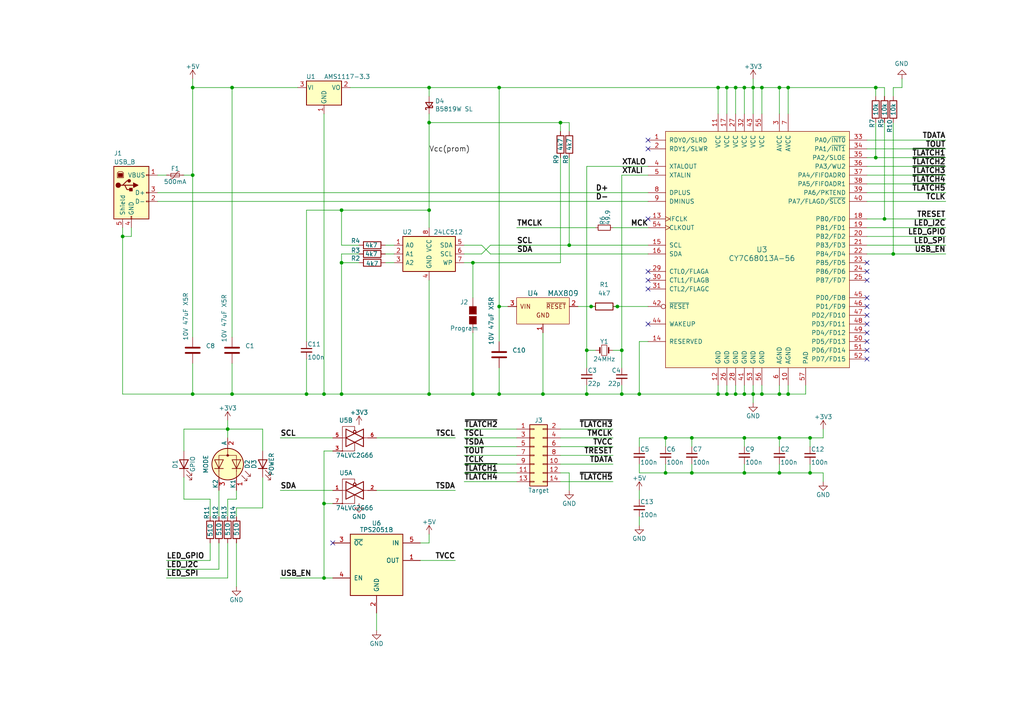
<source format=kicad_sch>
(kicad_sch (version 20231120) (generator "eeschema") (generator_version "8.0")
  (paper "A4")
  (title_block (title "SigmaLink USBi") (date "2018-10-09") (rev "v3r1") (company "SushiBits Projects"))
  (lib_symbols
    (symbol "Connector_Generic:Conn_02x07_Odd_Even" (pin_names (offset 1.016) hide)
      (property "Reference" "J" (at 1.27 10.16 0))
      (property "Value" "Conn_02x07_Odd_Even" (at 1.27 -10.16 0))
      (symbol "Conn_02x07_Odd_Even_1_1"
        (pin passive line (at -5.08 7.62 0) (length 3.81) (name "Pin_1") (number "1"))
        (pin passive line (at 7.62 -2.54 180) (length 3.81) (name "Pin_10") (number "10"))
        (pin passive line (at -5.08 -5.08 0) (length 3.81) (name "Pin_11") (number "11"))
        (pin passive line (at 7.62 -5.08 180) (length 3.81) (name "Pin_12") (number "12"))
        (pin passive line (at -5.08 -7.62 0) (length 3.81) (name "Pin_13") (number "13"))
        (pin passive line (at 7.62 -7.62 180) (length 3.81) (name "Pin_14") (number "14"))
        (pin passive line (at 7.62 7.62 180) (length 3.81) (name "Pin_2") (number "2"))
        (pin passive line (at -5.08 5.08 0) (length 3.81) (name "Pin_3") (number "3"))
        (pin passive line (at 7.62 5.08 180) (length 3.81) (name "Pin_4") (number "4"))
        (pin passive line (at -5.08 2.54 0) (length 3.81) (name "Pin_5") (number "5"))
        (pin passive line (at 7.62 2.54 180) (length 3.81) (name "Pin_6") (number "6"))
        (pin passive line (at -5.08 0 0) (length 3.81) (name "Pin_7") (number "7"))
        (pin passive line (at 7.62 0 180) (length 3.81) (name "Pin_8") (number "8"))
        (pin passive line (at -5.08 -2.54 0) (length 3.81) (name "Pin_9") (number "9"))
      )
    )
    (symbol "Device:C" (pin_numbers hide) (pin_names (offset 0.254))
      (property "Reference" "C" (at 0.635 2.54 0))
      (property "Value" "C" (at 0.635 -2.54 0))
      (symbol "C_1_1"
        (pin passive line (at 0 3.81 270) (length 2.794) (name "~") (number "1"))
        (pin passive line (at 0 -3.81 90) (length 2.794) (name "~") (number "2"))
      )
    )
    (symbol "Device:C_Small" (pin_numbers hide) (pin_names (offset 0.254) hide)
      (property "Reference" "C" (at 0.254 1.778 0))
      (property "Value" "C_Small" (at 0.254 -2.032 0))
      (symbol "C_Small_1_1"
        (pin passive line (at 0 2.54 270) (length 2.032) (name "~") (number "1"))
        (pin passive line (at 0 -2.54 90) (length 2.032) (name "~") (number "2"))
      )
    )
    (symbol "Device:Crystal_Small" (pin_numbers hide) (pin_names (offset 1.016) hide)
      (property "Reference" "Y" (at 0 2.54 0))
      (property "Value" "Crystal_Small" (at 0 -2.54 0))
      (symbol "Crystal_Small_1_1"
        (pin passive line (at -2.54 0 0) (length 1.27) (name "1") (number "1"))
        (pin passive line (at 2.54 0 180) (length 1.27) (name "2") (number "2"))
      )
    )
    (symbol "Device:D_Schottky_Small" (pin_numbers hide) (pin_names (offset 0.254) hide)
      (property "Reference" "D" (at -1.27 2.032 0))
      (property "Value" "D_Schottky_Small" (at -7.112 -2.032 0))
      (symbol "D_Schottky_Small_1_1"
        (pin passive line (at -2.54 0 0) (length 1.778) (name "K") (number "1"))
        (pin passive line (at 2.54 0 180) (length 1.778) (name "A") (number "2"))
      )
    )
    (symbol "Device:LED" (pin_numbers hide) (pin_names (offset 1.016) hide)
      (property "Reference" "D" (at 0 2.54 0))
      (property "Value" "LED" (at 0 -2.54 0))
      (symbol "LED_1_1"
        (pin passive line (at -3.81 0 0) (length 2.54) (name "K") (number "1"))
        (pin passive line (at 3.81 0 180) (length 2.54) (name "A") (number "2"))
      )
    )
    (symbol "Device:Polyfuse_Small" (pin_numbers hide) (pin_names (offset 0))
      (property "Reference" "F" (at -1.905 0 90))
      (property "Value" "Polyfuse_Small" (at 1.905 0 90))
      (symbol "Polyfuse_Small_1_1"
        (pin passive line (at 0 2.54 270) (length 0.635) (name "~") (number "1"))
        (pin passive line (at 0 -2.54 90) (length 0.635) (name "~") (number "2"))
      )
    )
    (symbol "Device:R" (pin_numbers hide) (pin_names (offset 0))
      (property "Reference" "R" (at 2.032 0 90))
      (property "Value" "R" (at 0 0 90))
      (symbol "R_1_1"
        (pin passive line (at 0 3.81 270) (length 1.27) (name "~") (number "1"))
        (pin passive line (at 0 -3.81 90) (length 1.27) (name "~") (number "2"))
      )
    )
    (symbol "Device:R_Small" (pin_numbers hide) (pin_names (offset 0.254) hide)
      (property "Reference" "R" (at 0.762 0.508 0))
      (property "Value" "R_Small" (at 0.762 -1.016 0))
      (symbol "R_Small_1_1"
        (pin passive line (at 0 2.54 270) (length 0.762) (name "~") (number "1"))
        (pin passive line (at 0 -2.54 90) (length 0.762) (name "~") (number "2"))
      )
    )
    (symbol "SigmaLink-USBi-rescue:+3V3-power" (power) (pin_names (offset 0))
      (property "Value" "power_+3V3" (at 0 3.556 0))
      (symbol "+3V3-power_1_1"
        (pin power_in line (at 0 0 90) (length 0) hide (name "+3V3") (number "1"))
      )
    )
    (symbol "SigmaLink-USBi-rescue:+5V-power" (power) (pin_names (offset 0))
      (property "Value" "power_+5V" (at 0 3.556 0))
      (symbol "+5V-power_1_1"
        (pin power_in line (at 0 0 90) (length 0) hide (name "+5V") (number "1"))
      )
    )
    (symbol "SigmaLink-USBi-rescue:24LC512" (pin_names (offset 0.762))
      (property "Reference" "U" (at -6.35 6.35 0))
      (property "Value" "24LC512" (at 1.27 6.35 0))
      (symbol "24LC512_0_0"
        (pin power_in line (at 0 -7.62 90) (length 2.54) (name "GND") (number "4"))
        (pin power_in line (at 0 7.62 270) (length 2.54) (name "VCC") (number "8"))
      )
      (symbol "24LC512_1_1"
        (pin input line (at -10.16 2.54 0) (length 2.54) (name "A0") (number "1"))
        (pin input line (at -10.16 0 0) (length 2.54) (name "A1") (number "2"))
        (pin input line (at -10.16 -2.54 0) (length 2.54) (name "A2") (number "3"))
        (pin bidirectional line (at 10.16 2.54 180) (length 2.54) (name "SDA") (number "5"))
        (pin input line (at 10.16 0 180) (length 2.54) (name "SCL") (number "6"))
        (pin input line (at 10.16 -2.54 180) (length 2.54) (name "WP") (number "7"))
      )
    )
    (symbol "SigmaLink-USBi-rescue:74LVC2G66-74xGxx" (pin_names (offset 1.016))
      (property "Reference" "U" (at -2.54 5.08 0))
      (property "Value" "74xGxx_74LVC2G66" (at 0 -5.08 0))
      (symbol "74LVC2G66-74xGxx_0_1"
        (pin power_in line (at 1.27 -3.81 270) (length 0) hide (name "GND") (number "4"))
        (pin power_in line (at 1.27 3.81 90) (length 0) hide (name "VCC") (number "8"))
      )
      (symbol "74LVC2G66-74xGxx_1_1"
        (pin input line (at -6.35 0 0) (length 2.54) (name "~") (number "1"))
        (pin tri_state line (at 6.35 0 180) (length 2.54) (name "~") (number "2"))
        (pin input line (at -6.35 -3.81 0) (length 2.54) (name "~") (number "7"))
      )
      (symbol "74LVC2G66-74xGxx_2_1"
        (pin input line (at -6.35 -3.81 0) (length 2.54) (name "~") (number "3"))
        (pin input line (at -6.35 0 0) (length 2.54) (name "~") (number "5"))
        (pin tri_state line (at 6.35 0 180) (length 2.54) (name "~") (number "6"))
      )
    )
    (symbol "SigmaLink-USBi-rescue:GND-power" (power) (pin_names (offset 0))
      (property "Value" "power_GND" (at 0 -3.81 0))
      (symbol "GND-power_1_1"
        (pin power_in line (at 0 0 270) (length 0) hide (name "GND") (number "1"))
      )
    )
    (symbol "SigmaLink-USBi-rescue:GS2" (pin_numbers hide) (pin_names (offset 1.016) hide)
      (property "Reference" "J" (at 2.54 3.81 0))
      (property "Value" "GS2" (at 2.54 -3.7846 0))
      (symbol "GS2_1_1"
        (pin passive line (at 0 5.08 270) (length 2.54) (name "G1") (number "1"))
        (pin passive line (at 0 -5.08 90) (length 2.54) (name "G2") (number "2"))
      )
    )
    (symbol "SigmaLink-USBi-rescue:LED_Dual_CAC-Device" (pin_names (offset 0))
      (property "Reference" "D" (at 0 5.715 0))
      (property "Value" "Device_LED_Dual_CAC" (at 0 -6.35 0))
      (symbol "LED_Dual_CAC-Device_1_1"
        (pin input line (at 7.62 2.54 180) (length 3.81) (name "K1") (number "1"))
        (pin input line (at -7.62 0 0) (length 3.048) (name "A") (number "2"))
        (pin input line (at 7.62 -2.54 180) (length 3.81) (name "K2") (number "3"))
      )
    )
    (symbol "SigmaLink-USBi-rescue:LM1117-3.3" (pin_names (offset 0.254))
      (property "Reference" "U" (at -3.81 3.175 0))
      (property "Value" "LM1117-3.3" (at 0 3.175 0))
      (symbol "LM1117-3.3_1_1"
        (pin power_in line (at 0 -7.62 90) (length 2.54) (name "GND") (number "1"))
        (pin power_out line (at 7.62 0 180) (length 2.54) (name "VO") (number "2"))
        (pin power_in line (at -7.62 0 0) (length 2.54) (name "VI") (number "3"))
      )
    )
    (symbol "SigmaLink-USBi-rescue:MAX809-usb-mux" (pin_names (offset 1.016) hide)
      (property "Reference" "U" (at -1.27 3.81 0))
      (property "Value" "usb-mux_MAX809" (at 1.27 3.81 0))
      (symbol "MAX809-usb-mux_0_0"
        (text "GND" (at 0 -2.54 0) (effects (font (size 1.27 1.27))))
        (text "VIN" (at -5.08 0 0) (effects (font (size 1.27 1.27))))
        (text "~{RESET}" (at 3.81 0 0) (effects (font (size 1.27 1.27))))
      )
      (symbol "MAX809-usb-mux_1_1"
        (pin power_in line (at 0 -7.62 90) (length 2.54) (name "GND") (number "1"))
        (pin power_in line (at 10.16 0 180) (length 2.54) (name "~{RESET}") (number "2"))
        (pin power_in line (at -10.16 0 0) (length 2.54) (name "VIN") (number "3"))
      )
    )
    (symbol "SigmaLink-USBi-rescue:TPS2051B" (pin_names (offset 1.016))
      (property "Reference" "U" (at 0 10.795 0))
      (property "Value" "TPS2051B" (at 0 8.89 0))
      (symbol "TPS2051B_1_1"
        (pin power_out line (at 12.7 0 180) (length 5.08) (name "OUT") (number "1"))
        (pin power_in line (at 0 -15.24 90) (length 5.08) (name "GND") (number "2"))
        (pin open_collector line (at -12.7 5.08 0) (length 5.08) (name "~{OC}") (number "3"))
        (pin input line (at -12.7 -5.08 0) (length 5.08) (name "EN") (number "4"))
        (pin power_in line (at 12.7 5.08 180) (length 5.08) (name "IN") (number "5"))
      )
    )
    (symbol "SigmaLink-USBi-rescue:USB_B" (pin_names (offset 1.016))
      (property "Reference" "J" (at -5.08 11.43 0))
      (property "Value" "USB_B" (at -5.08 8.89 0))
      (symbol "USB_B_1_1"
        (pin power_out line (at 7.62 5.08 180) (length 2.54) (name "VBUS") (number "1"))
        (pin passive line (at 7.62 -2.54 180) (length 2.54) (name "D-") (number "2"))
        (pin passive line (at 7.62 0 180) (length 2.54) (name "D+") (number "3"))
        (pin power_out line (at 0 -10.16 90) (length 2.54) (name "GND") (number "4"))
        (pin passive line (at -2.54 -10.16 90) (length 2.54) (name "Shield") (number "5"))
      )
    )
    (symbol "cy7c68013:CY7C68013A-56" (pin_names (offset 1.016))
      (property "Reference" "U" (at 0 1.27 0))
      (property "Value" "CY7C68013A-56" (at 0 -1.27 0))
      (symbol "CY7C68013A-56_1_1"
        (pin input line (at -33.02 33.02 0) (length 5.08) (name "RDY0/SLRD") (number "1"))
        (pin power_in line (at 7.62 -38.1 90) (length 5.08) (name "AGND") (number "10"))
        (pin power_in line (at -12.7 40.64 270) (length 5.08) (name "VCC") (number "11"))
        (pin power_in line (at -12.7 -38.1 90) (length 5.08) (name "GND") (number "12"))
        (pin bidirectional clock (at -33.02 10.16 0) (length 5.08) (name "IFCLK") (number "13"))
        (pin input line (at -33.02 -25.4 0) (length 5.08) (name "RESERVED") (number "14"))
        (pin output line (at -33.02 2.54 0) (length 5.08) (name "SCL") (number "15"))
        (pin bidirectional line (at -33.02 0 0) (length 5.08) (name "SDA") (number "16"))
        (pin power_in line (at -10.16 40.64 270) (length 5.08) (name "VCC") (number "17"))
        (pin bidirectional line (at 30.48 10.16 180) (length 5.08) (name "PB0/FD0") (number "18"))
        (pin bidirectional line (at 30.48 7.62 180) (length 5.08) (name "PB1/FD1") (number "19"))
        (pin input line (at -33.02 30.48 0) (length 5.08) (name "RDY1/SLWR") (number "2"))
        (pin bidirectional line (at 30.48 5.08 180) (length 5.08) (name "PB2/FD2") (number "20"))
        (pin bidirectional line (at 30.48 2.54 180) (length 5.08) (name "PB3/FD3") (number "21"))
        (pin bidirectional line (at 30.48 0 180) (length 5.08) (name "PB4/FD4") (number "22"))
        (pin bidirectional line (at 30.48 -2.54 180) (length 5.08) (name "PB5/FD5") (number "23"))
        (pin bidirectional line (at 30.48 -5.08 180) (length 5.08) (name "PB6/FD6") (number "24"))
        (pin bidirectional line (at 30.48 -7.62 180) (length 5.08) (name "PB7/FD7") (number "25"))
        (pin power_in line (at -10.16 -38.1 90) (length 5.08) (name "GND") (number "26"))
        (pin power_in line (at -7.62 40.64 270) (length 5.08) (name "VCC") (number "27"))
        (pin power_in line (at -7.62 -38.1 90) (length 5.08) (name "GND") (number "28"))
        (pin output line (at -33.02 -5.08 0) (length 5.08) (name "CTL0/FLAGA") (number "29"))
        (pin power_in line (at 5.08 40.64 270) (length 5.08) (name "AVCC") (number "3"))
        (pin output line (at -33.02 -7.62 0) (length 5.08) (name "CTL1/FLAGB") (number "30"))
        (pin output line (at -33.02 -10.16 0) (length 5.08) (name "CTL2/FLAGC") (number "31"))
        (pin power_in line (at -5.08 40.64 270) (length 5.08) (name "VCC") (number "32"))
        (pin bidirectional line (at 30.48 33.02 180) (length 5.08) (name "PA0/~{INT0}") (number "33"))
        (pin bidirectional line (at 30.48 30.48 180) (length 5.08) (name "PA1/~{INT1}") (number "34"))
        (pin bidirectional line (at 30.48 27.94 180) (length 5.08) (name "PA2/SLOE") (number "35"))
        (pin bidirectional line (at 30.48 25.4 180) (length 5.08) (name "PA3/WU2") (number "36"))
        (pin bidirectional line (at 30.48 22.86 180) (length 5.08) (name "PA4/FIFOADR0") (number "37"))
        (pin bidirectional line (at 30.48 20.32 180) (length 5.08) (name "PA5/FIFOADR1") (number "38"))
        (pin bidirectional line (at 30.48 17.78 180) (length 5.08) (name "PA6/PKTEND") (number "39"))
        (pin output line (at -33.02 25.4 0) (length 5.08) (name "XTALOUT") (number "4"))
        (pin bidirectional line (at 30.48 15.24 180) (length 5.08) (name "PA7/FLAGD/~{SLCS}") (number "40"))
        (pin power_in line (at -5.08 -38.1 90) (length 5.08) (name "GND") (number "41"))
        (pin input inverted (at -33.02 -15.24 0) (length 5.08) (name "~{RESET}") (number "42"))
        (pin power_in line (at -2.54 40.64 270) (length 5.08) (name "VCC") (number "43"))
        (pin input line (at -33.02 -20.32 0) (length 5.08) (name "WAKEUP") (number "44"))
        (pin bidirectional line (at 30.48 -12.7 180) (length 5.08) (name "PD0/FD8") (number "45"))
        (pin bidirectional line (at 30.48 -15.24 180) (length 5.08) (name "PD1/FD9") (number "46"))
        (pin bidirectional line (at 30.48 -17.78 180) (length 5.08) (name "PD2/FD10") (number "47"))
        (pin bidirectional line (at 30.48 -20.32 180) (length 5.08) (name "PD3/FD11") (number "48"))
        (pin bidirectional line (at 30.48 -22.86 180) (length 5.08) (name "PD4/FD12") (number "49"))
        (pin input line (at -33.02 22.86 0) (length 5.08) (name "XTALIN") (number "5"))
        (pin bidirectional line (at 30.48 -25.4 180) (length 5.08) (name "PD5/FD13") (number "50"))
        (pin bidirectional line (at 30.48 -27.94 180) (length 5.08) (name "PD6/FD14") (number "51"))
        (pin bidirectional line (at 30.48 -30.48 180) (length 5.08) (name "PD7/FD15") (number "52"))
        (pin power_in line (at -2.54 -38.1 90) (length 5.08) (name "GND") (number "53"))
        (pin output clock (at -33.02 7.62 0) (length 5.08) (name "CLKOUT") (number "54"))
        (pin power_in line (at 0 40.64 270) (length 5.08) (name "VCC") (number "55"))
        (pin power_in line (at 0 -38.1 90) (length 5.08) (name "GND") (number "56"))
        (pin passive line (at 12.7 -38.1 90) (length 5.08) (name "PAD") (number "57"))
        (pin power_in line (at 5.08 -38.1 90) (length 5.08) (name "AGND") (number "6"))
        (pin power_in line (at 7.62 40.64 270) (length 5.08) (name "AVCC") (number "7"))
        (pin bidirectional line (at -33.02 17.78 0) (length 5.08) (name "DPLUS") (number "8"))
        (pin bidirectional line (at -33.02 15.24 0) (length 5.08) (name "DMINUS") (number "9"))
      )
    )
  )
  (junction (at 180.34 114.3))
  (junction (at 228.6 114.3))
  (junction (at 144.78 88.9))
  (junction (at 226.06 137.16))
  (junction (at 200.66 127))
  (junction (at 226.06 25.4))
  (junction (at 226.06 127))
  (junction (at 55.88 50.8))
  (junction (at 93.98 167.64))
  (junction (at 213.36 25.4))
  (junction (at 144.78 114.3))
  (junction (at 213.36 114.3))
  (junction (at 193.04 137.16))
  (junction (at 226.06 114.3))
  (junction (at 218.44 114.3))
  (junction (at 170.18 101.6))
  (junction (at 179.07 88.9))
  (junction (at 66.04 124.46))
  (junction (at 234.95 137.16))
  (junction (at 162.56 35.56))
  (junction (at 180.34 101.6))
  (junction (at 67.31 114.3))
  (junction (at 215.9 114.3))
  (junction (at 193.04 127))
  (junction (at 254 45.72))
  (junction (at 220.98 114.3))
  (junction (at 254 25.4))
  (junction (at 215.9 137.16))
  (junction (at 170.18 114.3))
  (junction (at 137.16 114.3))
  (junction (at 165.1 71.12))
  (junction (at 218.44 25.4))
  (junction (at 234.95 127))
  (junction (at 124.46 35.56))
  (junction (at 215.9 25.4))
  (junction (at 93.98 146.05))
  (junction (at 99.06 60.96))
  (junction (at 256.54 63.5))
  (junction (at 210.82 114.3))
  (junction (at 93.98 114.3))
  (junction (at 185.42 114.3))
  (junction (at 55.88 25.4))
  (junction (at 124.46 114.3))
  (junction (at 99.06 114.3))
  (junction (at 208.28 114.3))
  (junction (at 99.06 76.2))
  (junction (at 228.6 25.4))
  (junction (at 67.31 25.4))
  (junction (at 137.16 76.2))
  (junction (at 200.66 137.16))
  (junction (at 144.78 25.4))
  (junction (at 124.46 25.4))
  (junction (at 220.98 25.4))
  (junction (at 88.9 114.3))
  (junction (at 210.82 25.4))
  (junction (at 215.9 127))
  (junction (at 55.88 114.3))
  (junction (at 259.08 73.66))
  (junction (at 124.46 60.96))
  (junction (at 35.56 68.58))
  (junction (at 208.28 25.4))
  (junction (at 171.45 88.9))
  (junction (at 157.48 114.3))
  (no_connect (at 251.46 86.36))
  (no_connect (at 187.96 43.18))
  (no_connect (at 187.96 93.98))
  (no_connect (at 251.46 104.14))
  (no_connect (at 251.46 78.74))
  (no_connect (at 251.46 91.44))
  (no_connect (at 187.96 81.28))
  (no_connect (at 251.46 88.9))
  (no_connect (at 251.46 99.06))
  (no_connect (at 251.46 96.52))
  (no_connect (at 251.46 81.28))
  (no_connect (at 187.96 83.82))
  (no_connect (at 187.96 40.64))
  (no_connect (at 251.46 93.98))
  (no_connect (at 251.46 101.6))
  (no_connect (at 251.46 76.2))
  (no_connect (at 96.52 157.48))
  (no_connect (at 187.96 78.74))
  (no_connect (at 187.96 63.5))
  (wire (pts (xy 218.44 22.86) (xy 218.44 25.4)))
  (wire (pts (xy 177.8 139.7) (xy 162.56 139.7)))
  (wire (pts (xy 185.42 99.06) (xy 187.96 99.06)))
  (wire (pts (xy 238.76 137.16) (xy 238.76 139.7)))
  (wire (pts (xy 53.34 144.78) (xy 53.34 138.43)))
  (wire (pts (xy 254 27.94) (xy 254 25.4)))
  (wire (pts (xy 35.56 68.58) (xy 35.56 114.3)))
  (wire (pts (xy 124.46 35.56) (xy 162.56 35.56)))
  (wire (pts (xy 134.62 129.54) (xy 149.86 129.54)))
  (wire (pts (xy 134.62 76.2) (xy 137.16 76.2)))
  (wire (pts (xy 177.8 88.9) (xy 179.07 88.9)))
  (wire (pts (xy 170.18 114.3) (xy 170.18 111.76)))
  (wire (pts (xy 218.44 25.4) (xy 218.44 33.02)))
  (wire (pts (xy 254 45.72) (xy 274.32 45.72)))
  (wire (pts (xy 220.98 25.4) (xy 220.98 33.02)))
  (wire (pts (xy 81.28 167.64) (xy 93.98 167.64)))
  (wire (pts (xy 66.04 124.46) (xy 66.04 127)))
  (wire (pts (xy 66.04 124.46) (xy 76.2 124.46)))
  (wire (pts (xy 171.45 88.9) (xy 172.72 88.9)))
  (wire (pts (xy 226.06 127) (xy 234.95 127)))
  (wire (pts (xy 228.6 25.4) (xy 228.6 33.02)))
  (wire (pts (xy 208.28 114.3) (xy 210.82 114.3)))
  (wire (pts (xy 177.8 132.08) (xy 162.56 132.08)))
  (wire (pts (xy 134.62 134.62) (xy 149.86 134.62)))
  (wire (pts (xy 193.04 137.16) (xy 193.04 134.62)))
  (wire (pts (xy 149.86 139.7) (xy 134.62 139.7)))
  (wire (pts (xy 144.78 88.9) (xy 144.78 99.06)))
  (wire (pts (xy 66.04 144.78) (xy 68.58 144.78)))
  (wire (pts (xy 162.56 129.54) (xy 177.8 129.54)))
  (wire (pts (xy 213.36 25.4) (xy 215.9 25.4)))
  (wire (pts (xy 259.08 27.94) (xy 259.08 25.4)))
  (wire (pts (xy 208.28 25.4) (xy 210.82 25.4)))
  (wire (pts (xy 228.6 111.76) (xy 228.6 114.3)))
  (wire (pts (xy 157.48 114.3) (xy 170.18 114.3)))
  (wire (pts (xy 35.56 66.04) (xy 35.56 68.58)))
  (wire (pts (xy 200.66 134.62) (xy 200.66 137.16)))
  (wire (pts (xy 238.76 124.46) (xy 238.76 127)))
  (wire (pts (xy 45.72 58.42) (xy 187.96 58.42)))
  (wire (pts (xy 251.46 73.66) (xy 259.08 73.66)))
  (wire (pts (xy 234.95 127) (xy 238.76 127)))
  (wire (pts (xy 254 25.4) (xy 256.54 25.4)))
  (wire (pts (xy 162.56 38.1) (xy 162.56 35.56)))
  (wire (pts (xy 68.58 157.48) (xy 68.58 170.18)))
  (wire (pts (xy 226.06 137.16) (xy 234.95 137.16)))
  (wire (pts (xy 132.08 162.56) (xy 121.92 162.56)))
  (wire (pts (xy 88.9 60.96) (xy 88.9 99.06)))
  (wire (pts (xy 142.24 73.66) (xy 187.96 73.66)))
  (wire (pts (xy 233.68 114.3) (xy 233.68 111.76)))
  (wire (pts (xy 144.78 114.3) (xy 157.48 114.3)))
  (wire (pts (xy 149.86 127) (xy 134.62 127)))
  (wire (pts (xy 111.76 73.66) (xy 114.3 73.66)))
  (wire (pts (xy 124.46 114.3) (xy 124.46 81.28)))
  (wire (pts (xy 251.46 71.12) (xy 274.32 71.12)))
  (wire (pts (xy 162.56 134.62) (xy 177.8 134.62)))
  (wire (pts (xy 63.5 157.48) (xy 63.5 165.1)))
  (wire (pts (xy 55.88 105.41) (xy 55.88 114.3)))
  (wire (pts (xy 99.06 60.96) (xy 99.06 71.12)))
  (wire (pts (xy 218.44 25.4) (xy 220.98 25.4)))
  (wire (pts (xy 193.04 127) (xy 185.42 127)))
  (wire (pts (xy 99.06 76.2) (xy 104.14 76.2)))
  (wire (pts (xy 124.46 25.4) (xy 124.46 27.94)))
  (wire (pts (xy 215.9 129.54) (xy 215.9 127)))
  (wire (pts (xy 88.9 114.3) (xy 93.98 114.3)))
  (wire (pts (xy 165.1 137.16) (xy 165.1 142.24)))
  (wire (pts (xy 274.32 58.42) (xy 251.46 58.42)))
  (wire (pts (xy 162.56 35.56) (xy 165.1 35.56)))
  (wire (pts (xy 124.46 157.48) (xy 124.46 154.94)))
  (wire (pts (xy 55.88 22.86) (xy 55.88 25.4)))
  (wire (pts (xy 172.72 101.6) (xy 170.18 101.6)))
  (wire (pts (xy 226.06 25.4) (xy 228.6 25.4)))
  (wire (pts (xy 109.22 177.8) (xy 109.22 182.88)))
  (wire (pts (xy 162.56 124.46) (xy 177.8 124.46)))
  (wire (pts (xy 193.04 137.16) (xy 185.42 137.16)))
  (wire (pts (xy 215.9 114.3) (xy 218.44 114.3)))
  (wire (pts (xy 76.2 124.46) (xy 76.2 130.81)))
  (wire (pts (xy 274.32 53.34) (xy 251.46 53.34)))
  (wire (pts (xy 66.04 157.48) (xy 66.04 167.64)))
  (wire (pts (xy 81.28 127) (xy 96.52 127)))
  (wire (pts (xy 101.6 25.4) (xy 124.46 25.4)))
  (wire (pts (xy 93.98 114.3) (xy 93.98 33.02)))
  (wire (pts (xy 68.58 147.32) (xy 76.2 147.32)))
  (wire (pts (xy 234.95 137.16) (xy 238.76 137.16)))
  (wire (pts (xy 165.1 38.1) (xy 165.1 35.56)))
  (wire (pts (xy 213.36 111.76) (xy 213.36 114.3)))
  (wire (pts (xy 251.46 40.64) (xy 274.32 40.64)))
  (wire (pts (xy 215.9 134.62) (xy 215.9 137.16)))
  (wire (pts (xy 226.06 134.62) (xy 226.06 137.16)))
  (wire (pts (xy 124.46 60.96) (xy 124.46 66.04)))
  (wire (pts (xy 144.78 25.4) (xy 208.28 25.4)))
  (wire (pts (xy 124.46 33.02) (xy 124.46 35.56)))
  (wire (pts (xy 67.31 114.3) (xy 88.9 114.3)))
  (wire (pts (xy 45.72 55.88) (xy 187.96 55.88)))
  (wire (pts (xy 259.08 73.66) (xy 274.32 73.66)))
  (wire (pts (xy 218.44 114.3) (xy 220.98 114.3)))
  (wire (pts (xy 48.26 167.64) (xy 66.04 167.64)))
  (wire (pts (xy 180.34 101.6) (xy 180.34 106.68)))
  (wire (pts (xy 76.2 147.32) (xy 76.2 138.43)))
  (wire (pts (xy 132.08 127) (xy 109.22 127)))
  (wire (pts (xy 193.04 129.54) (xy 193.04 127)))
  (wire (pts (xy 137.16 76.2) (xy 137.16 86.36)))
  (wire (pts (xy 38.1 68.58) (xy 38.1 66.04)))
  (wire (pts (xy 67.31 25.4) (xy 86.36 25.4)))
  (wire (pts (xy 215.9 127) (xy 226.06 127)))
  (wire (pts (xy 200.66 129.54) (xy 200.66 127)))
  (wire (pts (xy 185.42 137.16) (xy 185.42 134.62)))
  (wire (pts (xy 215.9 25.4) (xy 215.9 33.02)))
  (wire (pts (xy 177.8 127) (xy 162.56 127)))
  (wire (pts (xy 251.46 45.72) (xy 254 45.72)))
  (wire (pts (xy 93.98 130.81) (xy 93.98 146.05)))
  (wire (pts (xy 66.04 121.92) (xy 66.04 124.46)))
  (wire (pts (xy 220.98 25.4) (xy 226.06 25.4)))
  (wire (pts (xy 215.9 111.76) (xy 215.9 114.3)))
  (wire (pts (xy 53.34 124.46) (xy 66.04 124.46)))
  (wire (pts (xy 99.06 114.3) (xy 124.46 114.3)))
  (wire (pts (xy 251.46 66.04) (xy 274.32 66.04)))
  (wire (pts (xy 185.42 149.86) (xy 185.42 152.4)))
  (wire (pts (xy 170.18 101.6) (xy 170.18 106.68)))
  (wire (pts (xy 134.62 73.66) (xy 139.7 73.66)))
  (wire (pts (xy 132.08 142.24) (xy 109.22 142.24)))
  (wire (pts (xy 60.96 144.78) (xy 53.34 144.78)))
  (wire (pts (xy 256.54 35.56) (xy 256.54 63.5)))
  (wire (pts (xy 142.24 71.12) (xy 165.1 71.12)))
  (wire (pts (xy 177.8 101.6) (xy 180.34 101.6)))
  (wire (pts (xy 99.06 71.12) (xy 104.14 71.12)))
  (wire (pts (xy 170.18 114.3) (xy 180.34 114.3)))
  (wire (pts (xy 137.16 114.3) (xy 144.78 114.3)))
  (wire (pts (xy 55.88 25.4) (xy 55.88 50.8)))
  (wire (pts (xy 210.82 25.4) (xy 213.36 25.4)))
  (wire (pts (xy 218.44 111.76) (xy 218.44 114.3)))
  (wire (pts (xy 99.06 60.96) (xy 88.9 60.96)))
  (wire (pts (xy 48.26 162.56) (xy 60.96 162.56)))
  (wire (pts (xy 208.28 25.4) (xy 208.28 33.02)))
  (wire (pts (xy 48.26 50.8) (xy 45.72 50.8)))
  (wire (pts (xy 35.56 68.58) (xy 38.1 68.58)))
  (wire (pts (xy 167.64 88.9) (xy 171.45 88.9)))
  (wire (pts (xy 144.78 106.68) (xy 144.78 114.3)))
  (wire (pts (xy 165.1 71.12) (xy 187.96 71.12)))
  (wire (pts (xy 67.31 105.41) (xy 67.31 114.3)))
  (wire (pts (xy 274.32 43.18) (xy 251.46 43.18)))
  (wire (pts (xy 111.76 76.2) (xy 114.3 76.2)))
  (wire (pts (xy 99.06 73.66) (xy 104.14 73.66)))
  (wire (pts (xy 259.08 25.4) (xy 261.62 25.4)))
  (wire (pts (xy 215.9 25.4) (xy 218.44 25.4)))
  (wire (pts (xy 68.58 149.86) (xy 68.58 147.32)))
  (wire (pts (xy 187.96 48.26) (xy 170.18 48.26)))
  (wire (pts (xy 60.96 157.48) (xy 60.96 162.56)))
  (wire (pts (xy 185.42 127) (xy 185.42 129.54)))
  (wire (pts (xy 157.48 96.52) (xy 157.48 114.3)))
  (wire (pts (xy 251.46 50.8) (xy 274.32 50.8)))
  (wire (pts (xy 179.07 88.9) (xy 187.96 88.9)))
  (wire (pts (xy 256.54 27.94) (xy 256.54 25.4)))
  (wire (pts (xy 149.86 132.08) (xy 134.62 132.08)))
  (wire (pts (xy 251.46 63.5) (xy 256.54 63.5)))
  (wire (pts (xy 162.56 137.16) (xy 165.1 137.16)))
  (wire (pts (xy 55.88 50.8) (xy 55.88 97.79)))
  (wire (pts (xy 228.6 25.4) (xy 254 25.4)))
  (wire (pts (xy 180.34 111.76) (xy 180.34 114.3)))
  (wire (pts (xy 134.62 71.12) (xy 139.7 71.12)))
  (wire (pts (xy 55.88 25.4) (xy 67.31 25.4)))
  (wire (pts (xy 93.98 146.05) (xy 93.98 167.64)))
  (wire (pts (xy 35.56 114.3) (xy 55.88 114.3)))
  (wire (pts (xy 66.04 149.86) (xy 66.04 144.78)))
  (wire (pts (xy 180.34 50.8) (xy 180.34 101.6)))
  (wire (pts (xy 139.7 73.66) (xy 142.24 71.12)))
  (wire (pts (xy 99.06 76.2) (xy 99.06 114.3)))
  (wire (pts (xy 96.52 146.05) (xy 93.98 146.05)))
  (wire (pts (xy 185.42 114.3) (xy 185.42 99.06)))
  (wire (pts (xy 68.58 144.78) (xy 68.58 142.24)))
  (wire (pts (xy 134.62 124.46) (xy 149.86 124.46)))
  (wire (pts (xy 88.9 104.14) (xy 88.9 114.3)))
  (wire (pts (xy 124.46 60.96) (xy 99.06 60.96)))
  (wire (pts (xy 55.88 114.3) (xy 67.31 114.3)))
  (wire (pts (xy 60.96 149.86) (xy 60.96 144.78)))
  (wire (pts (xy 200.66 137.16) (xy 215.9 137.16)))
  (wire (pts (xy 162.56 45.72) (xy 162.56 76.2)))
  (wire (pts (xy 165.1 45.72) (xy 165.1 71.12)))
  (wire (pts (xy 274.32 48.26) (xy 251.46 48.26)))
  (wire (pts (xy 180.34 114.3) (xy 185.42 114.3)))
  (wire (pts (xy 121.92 157.48) (xy 124.46 157.48)))
  (wire (pts (xy 177.8 66.04) (xy 187.96 66.04)))
  (wire (pts (xy 139.7 71.12) (xy 142.24 73.66)))
  (wire (pts (xy 251.46 55.88) (xy 274.32 55.88)))
  (wire (pts (xy 256.54 63.5) (xy 274.32 63.5)))
  (wire (pts (xy 200.66 137.16) (xy 193.04 137.16)))
  (wire (pts (xy 170.18 48.26) (xy 170.18 101.6)))
  (wire (pts (xy 226.06 114.3) (xy 228.6 114.3)))
  (wire (pts (xy 218.44 114.3) (xy 218.44 116.84)))
  (wire (pts (xy 137.16 76.2) (xy 162.56 76.2)))
  (wire (pts (xy 185.42 114.3) (xy 208.28 114.3)))
  (wire (pts (xy 234.95 134.62) (xy 234.95 137.16)))
  (wire (pts (xy 210.82 25.4) (xy 210.82 33.02)))
  (wire (pts (xy 124.46 25.4) (xy 144.78 25.4)))
  (wire (pts (xy 48.26 165.1) (xy 63.5 165.1)))
  (wire (pts (xy 200.66 127) (xy 215.9 127)))
  (wire (pts (xy 210.82 114.3) (xy 213.36 114.3)))
  (wire (pts (xy 67.31 25.4) (xy 67.31 97.79)))
  (wire (pts (xy 213.36 25.4) (xy 213.36 33.02)))
  (wire (pts (xy 137.16 96.52) (xy 137.16 114.3)))
  (wire (pts (xy 213.36 114.3) (xy 215.9 114.3)))
  (wire (pts (xy 220.98 111.76) (xy 220.98 114.3)))
  (wire (pts (xy 147.32 88.9) (xy 144.78 88.9)))
  (wire (pts (xy 234.95 127) (xy 234.95 129.54)))
  (wire (pts (xy 210.82 111.76) (xy 210.82 114.3)))
  (wire (pts (xy 208.28 114.3) (xy 208.28 111.76)))
  (wire (pts (xy 220.98 114.3) (xy 226.06 114.3)))
  (wire (pts (xy 134.62 137.16) (xy 149.86 137.16)))
  (wire (pts (xy 185.42 142.24) (xy 185.42 144.78)))
  (wire (pts (xy 259.08 35.56) (xy 259.08 73.66)))
  (wire (pts (xy 254 35.56) (xy 254 45.72)))
  (wire (pts (xy 53.34 124.46) (xy 53.34 130.81)))
  (wire (pts (xy 93.98 114.3) (xy 99.06 114.3)))
  (wire (pts (xy 124.46 35.56) (xy 124.46 60.96)))
  (wire (pts (xy 226.06 127) (xy 226.06 129.54)))
  (wire (pts (xy 96.52 130.81) (xy 93.98 130.81)))
  (wire (pts (xy 187.96 50.8) (xy 180.34 50.8)))
  (wire (pts (xy 99.06 73.66) (xy 99.06 76.2)))
  (wire (pts (xy 261.62 22.86) (xy 261.62 25.4)))
  (wire (pts (xy 251.46 68.58) (xy 274.32 68.58)))
  (wire (pts (xy 124.46 114.3) (xy 137.16 114.3)))
  (wire (pts (xy 226.06 25.4) (xy 226.06 33.02)))
  (wire (pts (xy 200.66 127) (xy 193.04 127)))
  (wire (pts (xy 111.76 71.12) (xy 114.3 71.12)))
  (wire (pts (xy 215.9 137.16) (xy 226.06 137.16)))
  (wire (pts (xy 226.06 111.76) (xy 226.06 114.3)))
  (wire (pts (xy 149.86 66.04) (xy 172.72 66.04)))
  (wire (pts (xy 93.98 167.64) (xy 96.52 167.64)))
  (wire (pts (xy 144.78 25.4) (xy 144.78 88.9)))
  (wire (pts (xy 63.5 149.86) (xy 63.5 142.24)))
  (wire (pts (xy 228.6 114.3) (xy 233.68 114.3)))
  (wire (pts (xy 53.34 50.8) (xy 55.88 50.8)))
  (wire (pts (xy 81.28 142.24) (xy 96.52 142.24)))
  (label "SCL" (at 81.28 127 0) (effects (font (size 1.524 1.524) (thickness 0.3048) (bold yes))))
  (label "~{TLATCH5}" (at 274.32 55.88 180) (effects (font (size 1.524 1.524) (thickness 0.3048) (bold yes))))
  (label "LED_SPI" (at 48.26 167.64 0) (effects (font (size 1.524 1.524) (thickness 0.3048) (bold yes))))
  (label "TVCC" (at 132.08 162.56 180) (effects (font (size 1.524 1.524) (thickness 0.3048) (bold yes))))
  (label "LED_I2C" (at 48.26 165.1 0) (effects (font (size 1.524 1.524) (thickness 0.3048) (bold yes))))
  (label "TOUT" (at 274.32 43.18 180) (effects (font (size 1.524 1.524) (thickness 0.3048) (bold yes))))
  (label "LED_GPIO" (at 48.26 162.56 0) (effects (font (size 1.524 1.524) (thickness 0.3048) (bold yes))))
  (label "XTALO" (at 180.34 48.26 0) (effects (font (size 1.524 1.524) (thickness 0.3048) (bold yes))))
  (label "TRESET" (at 177.8 132.08 180) (effects (font (size 1.524 1.524) (thickness 0.3048) (bold yes))))
  (label "Vcc(prom)" (at 124.46 44.45 0) (effects (font (size 1.524 1.524))))
  (label "~{TLATCH5}" (at 177.8 139.7 180) (effects (font (size 1.524 1.524) (thickness 0.3048) (bold yes))))
  (label "TSDA" (at 132.08 142.24 180) (effects (font (size 1.524 1.524) (thickness 0.3048) (bold yes))))
  (label "~{TLATCH1}" (at 134.62 137.16 0) (effects (font (size 1.524 1.524) (thickness 0.3048) (bold yes))))
  (label "LED_I2C" (at 274.32 66.04 180) (effects (font (size 1.524 1.524) (thickness 0.3048) (bold yes))))
  (label "LED_GPIO" (at 274.32 68.58 180) (effects (font (size 1.524 1.524) (thickness 0.3048) (bold yes))))
  (label "USB_EN" (at 81.28 167.64 0) (effects (font (size 1.524 1.524) (thickness 0.3048) (bold yes))))
  (label "TCLK" (at 134.62 134.62 0) (effects (font (size 1.524 1.524) (thickness 0.3048) (bold yes))))
  (label "D+" (at 172.72 55.88 0) (effects (font (size 1.524 1.524) (thickness 0.3048) (bold yes))))
  (label "~{TLATCH2}" (at 134.62 124.46 0) (effects (font (size 1.524 1.524) (thickness 0.3048) (bold yes))))
  (label "TSCL" (at 134.62 127 0) (effects (font (size 1.524 1.524) (thickness 0.3048) (bold yes))))
  (label "LED_SPI" (at 274.32 71.12 180) (effects (font (size 1.524 1.524) (thickness 0.3048) (bold yes))))
  (label "MCK" (at 182.88 66.04 0) (effects (font (size 1.524 1.524) (thickness 0.3048) (bold yes))))
  (label "TDATA" (at 274.32 40.64 180) (effects (font (size 1.524 1.524) (thickness 0.3048) (bold yes))))
  (label "~{TLATCH3}" (at 177.8 124.46 180) (effects (font (size 1.524 1.524) (thickness 0.3048) (bold yes))))
  (label "SCL" (at 149.86 71.12 0) (effects (font (size 1.524 1.524) (thickness 0.3048) (bold yes))))
  (label "TRESET" (at 274.32 63.5 180) (effects (font (size 1.524 1.524) (thickness 0.3048) (bold yes))))
  (label "TMCLK" (at 149.86 66.04 0) (effects (font (size 1.524 1.524) (thickness 0.3048) (bold yes))))
  (label "SDA" (at 81.28 142.24 0) (effects (font (size 1.524 1.524) (thickness 0.3048) (bold yes))))
  (label "~{TLATCH4}" (at 134.62 139.7 0) (effects (font (size 1.524 1.524) (thickness 0.3048) (bold yes))))
  (label "~{TLATCH2}" (at 274.32 48.26 180) (effects (font (size 1.524 1.524) (thickness 0.3048) (bold yes))))
  (label "TSCL" (at 132.08 127 180) (effects (font (size 1.524 1.524) (thickness 0.3048) (bold yes))))
  (label "TOUT" (at 134.62 132.08 0) (effects (font (size 1.524 1.524) (thickness 0.3048) (bold yes))))
  (label "D-" (at 172.72 58.42 0) (effects (font (size 1.524 1.524) (thickness 0.3048) (bold yes))))
  (label "~{TLATCH1}" (at 274.32 45.72 180) (effects (font (size 1.524 1.524) (thickness 0.3048) (bold yes))))
  (label "SDA" (at 149.86 73.66 0) (effects (font (size 1.524 1.524) (thickness 0.3048) (bold yes))))
  (label "USB_EN" (at 274.32 73.66 180) (effects (font (size 1.524 1.524) (thickness 0.3048) (bold yes))))
  (label "TSDA" (at 134.62 129.54 0) (effects (font (size 1.524 1.524) (thickness 0.3048) (bold yes))))
  (label "XTALI" (at 180.34 50.8 0) (effects (font (size 1.524 1.524) (thickness 0.3048) (bold yes))))
  (label "~{TLATCH3}" (at 274.32 50.8 180) (effects (font (size 1.524 1.524) (thickness 0.3048) (bold yes))))
  (label "TDATA" (at 177.8 134.62 180) (effects (font (size 1.524 1.524) (thickness 0.3048) (bold yes))))
  (label "TVCC" (at 177.8 129.54 180) (effects (font (size 1.524 1.524) (thickness 0.3048) (bold yes))))
  (label "TCLK" (at 274.32 58.42 180) (effects (font (size 1.524 1.524) (thickness 0.3048) (bold yes))))
  (label "TMCLK" (at 177.8 127 180) (effects (font (size 1.524 1.524) (thickness 0.3048) (bold yes))))
  (label "~{TLATCH4}" (at 274.32 53.34 180) (effects (font (size 1.524 1.524) (thickness 0.3048) (bold yes))))
  (symbol (lib_id "cy7c68013:CY7C68013A-56") (at 220.98 73.66 0) (unit 1)
    (property "Reference" "U3" (at 220.98 72.39 0) (effects (font (size 1.524 1.524))))
    (property "Value" "CY7C68013A-56" (at 220.98 74.93 0) (effects (font (size 1.524 1.524))))
    (property "Footprint" "Package_DFN_QFN:QFN-56-1EP_8x8mm_P0.5mm_EP4.6x5.3mm" (effects (hide yes)))
    (property "LCSC" "C14912" (effects (hide yes)))
  )
  (symbol (lib_id "SigmaLink-USBi-rescue:+3V3-power") (at 218.44 22.86 0) (unit 1)
    (property "Reference" "#PWR01" (effects (hide yes)))
    (property "Value" "+3V3" (at 218.44 19.304 0))
  )
  (symbol (lib_id "SigmaLink-USBi-rescue:GND-power") (at 218.44 116.84 0) (unit 1)
    (property "Reference" "#PWR02" (effects (hide yes)))
    (property "Value" "GND" (at 218.44 120.65 0))
  )
  (symbol (lib_id "Device:C_Small") (at 180.34 109.22 0) (mirror y) (unit 1)
    (property "Reference" "C4" (at 180.086 107.442 0) (effects (justify left)))
    (property "Value" "22p" (at 180.086 111.252 0) (effects (justify left)))
    (property "Footprint" "Capacitor_SMD:C_0603_1608Metric_Pad1.05x0.95mm_HandSolder" (effects (hide yes)))
    (property "LCSC" "C1653" (effects (hide yes)))
  )
  (symbol (lib_id "Device:C_Small") (at 170.18 109.22 0) (unit 1)
    (property "Reference" "C3" (at 170.434 107.442 0) (effects (justify left)))
    (property "Value" "22p" (at 170.434 111.252 0) (effects (justify left)))
    (property "Footprint" "Capacitor_SMD:C_0603_1608Metric_Pad1.05x0.95mm_HandSolder" (effects (hide yes)))
    (property "LCSC" "C1653" (effects (hide yes)))
  )
  (symbol (lib_id "Device:Crystal_Small") (at 175.26 101.6 0) (unit 1) (in_bom no)
    (property "Reference" "Y1" (at 175.26 99.06 0))
    (property "Value" "24MHz" (at 175.26 104.14 0))
    (property "Footprint" "Crystal:Crystal_SMD_5032-2Pin_5.0x3.2mm" (effects (hide yes)))
    (property "LCSC" "C122520" (effects (hide yes)))
  )
  (symbol (lib_id "SigmaLink-USBi-rescue:LM1117-3.3") (at 93.98 25.4 0) (unit 1) (in_bom no)
    (property "Reference" "U1" (at 90.17 22.225 0))
    (property "Value" "AMS1117-3.3" (at 93.98 22.225 0) (effects (justify left)))
    (property "Footprint" "Package_TO_SOT_SMD:SOT-223-3_TabPin2" (effects (hide yes)))
    (property "LCSC" "C6186" (effects (hide yes)))
  )
  (symbol (lib_id "SigmaLink-USBi-rescue:USB_B") (at 38.1 55.88 0) (unit 1) (in_bom no)
    (property "Reference" "J1" (at 33.02 44.45 0) (effects (justify left)))
    (property "Value" "USB_B" (at 33.02 46.99 0) (effects (justify left)))
    (property "Footprint" "Connector_USB:USB_B_OST_USB-B1HSxx_Horizontal" (effects (hide yes)))
    (property "LCSC" "C46392" (effects (hide yes)))
  )
  (symbol (lib_id "Device:R_Small") (at 175.26 66.04 90) (unit 1)
    (property "Reference" "R6" (at 174.752 65.278 0) (effects (justify left)))
    (property "Value" "49.9" (at 176.276 65.278 0) (effects (justify left)))
    (property "Footprint" "Resistor_SMD:R_0402_1005Metric" (effects (hide yes)))
  )
  (symbol (lib_id "SigmaLink-USBi-rescue:MAX809-usb-mux") (at 157.48 88.9 0) (unit 1)
    (property "Reference" "U4" (at 156.21 85.09 0) (effects (font (size 1.524 1.524)) (justify right)))
    (property "Value" "MAX809" (at 158.75 85.09 0) (effects (font (size 1.524 1.524)) (justify left)))
    (property "Footprint" "Package_TO_SOT_SMD:SOT-23" (effects (hide yes)))
    (property "LCSC" "C9965" (effects (hide yes)))
  )
  (symbol (lib_id "SigmaLink-USBi-rescue:24LC512") (at 124.46 73.66 0) (unit 1)
    (property "Reference" "U2" (at 118.11 67.31 0))
    (property "Value" "24LC512" (at 125.73 67.31 0) (effects (justify left)))
    (property "Footprint" "Package_SO:SOIC-8_3.9x4.9mm_P1.27mm" (effects (hide yes)))
    (property "LCSC" "C6487" (effects (hide yes)))
  )
  (symbol (lib_id "Device:Polyfuse_Small") (at 50.8 50.8 270) (unit 1)
    (property "Reference" "F1" (at 50.8 48.895 90))
    (property "Value" "500mA" (at 50.8 52.705 90))
    (property "Footprint" "Fuse:Fuse_1812_4532Metric_Pad1.30x3.40mm_HandSolder" (effects (hide yes)))
    (property "LCSC" "C20979" (effects (hide yes)))
  )
  (symbol (lib_id "SigmaLink-USBi-rescue:+5V-power") (at 55.88 22.86 0) (unit 1)
    (property "Reference" "#PWR03" (effects (hide yes)))
    (property "Value" "+5V" (at 55.88 19.304 0))
  )
  (symbol (lib_id "SigmaLink-USBi-rescue:GS2") (at 137.16 91.44 0) (mirror y) (unit 1)
    (property "Reference" "J2" (at 134.62 87.63 0))
    (property "Value" "Program" (at 134.62 95.2246 0))
    (property "Footprint" "Connector_PinHeader_1.27mm:PinHeader_1x02_P1.27mm_Vertical" (effects (hide yes)))
  )
  (symbol (lib_id "SigmaLink-USBi-rescue:LED_Dual_CAC-Device") (at 66.04 134.62 270) (unit 1) (in_bom no)
    (property "Reference" "D2" (at 71.755 134.62 0))
    (property "Value" "MODE" (at 59.69 134.62 0))
    (property "Footprint" "LED_THT:LED_D3.0mm-3" (effects (hide yes)))
    (property "LCSC" "C13559" (effects (hide yes)))
  )
  (symbol (lib_id "Device:LED") (at 53.34 134.62 90) (unit 1) (in_bom no)
    (property "Reference" "D1" (at 50.8 134.62 0))
    (property "Value" "GPIO" (at 55.88 134.62 0))
    (property "Footprint" "LED_THT:LED_D3.0mm" (effects (hide yes)))
    (property "LCSC" "C86881" (effects (hide yes)))
  )
  (symbol (lib_id "Device:LED") (at 76.2 134.62 90) (unit 1) (in_bom no)
    (property "Reference" "D3" (at 73.66 134.62 0))
    (property "Value" "POWER" (at 78.74 134.62 0))
    (property "Footprint" "LED_THT:LED_D3.0mm" (effects (hide yes)))
    (property "LCSC" "C85160" (effects (hide yes)))
  )
  (symbol (lib_id "SigmaLink-USBi-rescue:GND-power") (at 68.58 170.18 0) (unit 1)
    (property "Reference" "#PWR04" (effects (hide yes)))
    (property "Value" "GND" (at 68.58 173.99 0))
  )
  (symbol (lib_id "Connector_Generic:Conn_02x07_Odd_Even") (at 154.94 132.08 0) (unit 1)
    (property "Reference" "J3" (at 156.21 121.92 0))
    (property "Value" "Target" (at 156.21 142.24 0))
    (property "Footprint" "Connector_IDC:IDC-Header_2x07_P2.54mm_Horizontal" (effects (hide yes)))
    (property "LCSC" "C146622" (effects (hide yes)))
  )
  (symbol (lib_id "SigmaLink-USBi-rescue:GND-power") (at 165.1 142.24 0) (unit 1)
    (property "Reference" "#PWR05" (effects (hide yes)))
    (property "Value" "GND" (at 165.1 146.05 0))
  )
  (symbol (lib_id "SigmaLink-USBi-rescue:74LVC2G66-74xGxx") (at 102.87 142.24 0) (unit 1)
    (property "Reference" "U5" (at 100.33 137.16 0))
    (property "Value" "74LVC2G66" (at 102.87 147.32 0))
    (property "Footprint" "Package_SO:VSSOP-8_3.0x3.0mm_P0.65mm" (effects (hide yes)))
    (property "Datasheet" "http://www.ti.com/lit/sg/scyt129e/scyt129e.pdf" (effects (hide yes)))
    (property "LCSC" "C181970" (effects (hide yes)))
  )
  (symbol (lib_id "SigmaLink-USBi-rescue:74LVC2G66-74xGxx") (at 102.87 127 0) (unit 2)
    (property "Reference" "U5" (at 100.33 121.92 0))
    (property "Value" "74LVC2G66" (at 102.87 132.08 0))
    (property "Footprint" "Package_SO:VSSOP-8_3.0x3.0mm_P0.65mm" (effects (hide yes)))
    (property "Datasheet" "http://www.ti.com/lit/sg/scyt129e/scyt129e.pdf" (effects (hide yes)))
    (property "LCSC" "C181970" (effects (hide yes)))
  )
  (symbol (lib_id "SigmaLink-USBi-rescue:TPS2051B") (at 109.22 162.56 0) (unit 1)
    (property "Reference" "U6" (at 109.22 151.765 0))
    (property "Value" "TPS2051B" (at 109.22 153.67 0))
    (property "Footprint" "Package_TO_SOT_SMD:SOT-23-5" (effects (hide yes)))
    (property "LCSC" "C24593" (effects (hide yes)))
  )
  (symbol (lib_id "SigmaLink-USBi-rescue:+3V3-power") (at 104.14 123.19 0) (unit 1)
    (property "Reference" "#PWR06" (effects (hide yes)))
    (property "Value" "+3V3" (at 104.14 119.634 0))
  )
  (symbol (lib_id "SigmaLink-USBi-rescue:GND-power") (at 104.14 146.05 0) (unit 1)
    (property "Reference" "#PWR07" (effects (hide yes)))
    (property "Value" "GND" (at 104.14 149.86 0))
  )
  (symbol (lib_id "SigmaLink-USBi-rescue:GND-power") (at 109.22 182.88 0) (unit 1)
    (property "Reference" "#PWR08" (effects (hide yes)))
    (property "Value" "GND" (at 109.22 186.69 0))
  )
  (symbol (lib_id "SigmaLink-USBi-rescue:+5V-power") (at 124.46 154.94 0) (unit 1)
    (property "Reference" "#PWR09" (effects (hide yes)))
    (property "Value" "+5V" (at 124.46 151.384 0))
  )
  (symbol (lib_id "SigmaLink-USBi-rescue:+3V3-power") (at 66.04 121.92 0) (unit 1)
    (property "Reference" "#PWR010" (effects (hide yes)))
    (property "Value" "+3V3" (at 66.04 118.364 0))
  )
  (symbol (lib_id "Device:C_Small") (at 185.42 132.08 0) (unit 1)
    (property "Reference" "C5" (at 185.674 130.302 0) (effects (justify left)))
    (property "Value" "100n" (at 185.674 134.112 0) (effects (justify left)))
    (property "Footprint" "Capacitor_SMD:C_0402_1005Metric" (effects (hide yes)))
    (property "LCSC" "C1525" (effects (hide yes)))
  )
  (symbol (lib_id "Device:C_Small") (at 193.04 132.08 0) (unit 1)
    (property "Reference" "C6" (at 193.294 130.302 0) (effects (justify left)))
    (property "Value" "100n" (at 193.294 134.112 0) (effects (justify left)))
    (property "Footprint" "Capacitor_SMD:C_0402_1005Metric" (effects (hide yes)))
    (property "LCSC" "C1525" (effects (hide yes)))
  )
  (symbol (lib_id "Device:C_Small") (at 200.66 132.08 0) (unit 1)
    (property "Reference" "C7" (at 200.914 130.302 0) (effects (justify left)))
    (property "Value" "100n" (at 200.914 134.112 0) (effects (justify left)))
    (property "Footprint" "Capacitor_SMD:C_0402_1005Metric" (effects (hide yes)))
    (property "LCSC" "C1525" (effects (hide yes)))
  )
  (symbol (lib_id "Device:C_Small") (at 215.9 132.08 0) (unit 1)
    (property "Reference" "C9" (at 216.154 130.302 0) (effects (justify left)))
    (property "Value" "100n" (at 216.154 134.112 0) (effects (justify left)))
    (property "Footprint" "Capacitor_SMD:C_0402_1005Metric" (effects (hide yes)))
    (property "LCSC" "C1525" (effects (hide yes)))
  )
  (symbol (lib_id "Device:C_Small") (at 88.9 101.6 0) (unit 1)
    (property "Reference" "C11" (at 89.154 99.822 0) (effects (justify left)))
    (property "Value" "100n" (at 89.154 103.632 0) (effects (justify left)))
    (property "Footprint" "Capacitor_SMD:C_0402_1005Metric" (effects (hide yes)))
    (property "LCSC" "C1525" (effects (hide yes)))
  )
  (symbol (lib_id "SigmaLink-USBi-rescue:+3V3-power") (at 238.76 124.46 0) (unit 1)
    (property "Reference" "#PWR011" (effects (hide yes)))
    (property "Value" "+3V3" (at 238.76 120.904 0))
  )
  (symbol (lib_id "SigmaLink-USBi-rescue:GND-power") (at 238.76 139.7 0) (unit 1)
    (property "Reference" "#PWR012" (effects (hide yes)))
    (property "Value" "GND" (at 238.76 143.51 0))
  )
  (symbol (lib_id "SigmaLink-USBi-rescue:+5V-power") (at 185.42 142.24 0) (unit 1)
    (property "Reference" "#PWR013" (effects (hide yes)))
    (property "Value" "+5V" (at 185.42 138.684 0))
  )
  (symbol (lib_id "SigmaLink-USBi-rescue:GND-power") (at 185.42 152.4 0) (unit 1)
    (property "Reference" "#PWR014" (effects (hide yes)))
    (property "Value" "GND" (at 185.42 156.21 0))
  )
  (symbol (lib_id "Device:C_Small") (at 185.42 147.32 0) (unit 1)
    (property "Reference" "C13" (at 185.674 145.542 0) (effects (justify left)))
    (property "Value" "100n" (at 185.674 149.352 0) (effects (justify left)))
    (property "Footprint" "Capacitor_SMD:C_0402_1005Metric" (effects (hide yes)))
    (property "LCSC" "C1525" (effects (hide yes)))
  )
  (symbol (lib_id "SigmaLink-USBi-rescue:GND-power") (at 261.62 22.86 180) (unit 1)
    (property "Reference" "#PWR0101" (effects (hide yes)))
    (property "Value" "GND" (at 261.493 18.4658 0))
  )
  (symbol (lib_id "Device:D_Schottky_Small") (at 124.46 30.48 90) (unit 1)
    (property "Reference" "D4" (at 126.1872 29.3116 90) (effects (justify right)))
    (property "Value" "B5819W SL" (at 126.1872 31.623 90) (effects (justify right)))
    (property "Footprint" "Diode_SMD:D_SOD-123" (effects (hide yes)))
    (property "LCSC" "C8598" (effects (hide yes)))
  )
  (symbol (lib_id "Device:R") (at 66.04 153.67 0) (unit 1)
    (property "Reference" "R13" (at 65.024 150.622 90) (effects (justify left)))
    (property "Value" "510" (at 66.04 155.448 90) (effects (justify left)))
    (property "Footprint" "Resistor_SMD:R_0402_1005Metric" (effects (hide yes)))
    (property "Description" "Resistor" (effects (hide yes)))
    (property "LCSC" "0402" (effects (hide yes)))
  )
  (symbol (lib_id "Device:C_Small") (at 226.06 132.08 0) (unit 1)
    (property "Reference" "C2" (at 226.314 130.302 0) (effects (justify left)))
    (property "Value" "100n" (at 226.314 134.112 0) (effects (justify left)))
    (property "Footprint" "Capacitor_SMD:C_0402_1005Metric" (effects (hide yes)))
    (property "LCSC" "C1525" (effects (hide yes)))
  )
  (symbol (lib_id "Device:R") (at 107.95 71.12 90) (unit 1)
    (property "Reference" "R4" (at 103.124 69.85 90))
    (property "Value" "4k7" (at 107.696 71.12 90))
    (property "Footprint" "Resistor_SMD:R_0402_1005Metric" (effects (hide yes)))
    (property "Description" "Resistor" (effects (hide yes)))
    (property "LCSC" "C25900" (effects (hide yes)))
  )
  (symbol (lib_id "Device:R") (at 162.56 41.91 180) (unit 1)
    (property "Reference" "R9" (at 161.29 46.228 90))
    (property "Value" "4k7" (at 162.56 41.91 90))
    (property "Footprint" "Resistor_SMD:R_0402_1005Metric" (effects (hide yes)))
    (property "Description" "Resistor" (effects (hide yes)))
    (property "LCSC" "C25900" (effects (hide yes)))
  )
  (symbol (lib_id "Device:C") (at 67.31 101.6 0) (unit 1)
    (property "Reference" "C1" (at 71.12 100.3299 0) (effects (justify left)))
    (property "Value" "10V 47uF X5R" (at 65.024 99.314 90) (effects (justify left)))
    (property "Footprint" "Capacitor_SMD:C_1206_3216Metric" (effects (hide yes)))
    (property "Description" "Unpolarized capacitor" (effects (hide yes)))
    (property "LCSC" "C96123" (effects (hide yes)))
  )
  (symbol (lib_id "Device:R") (at 165.1 41.91 180) (unit 1)
    (property "Reference" "R8" (at 164.084 46.228 90))
    (property "Value" "4k7" (at 165.1 41.91 90))
    (property "Footprint" "Resistor_SMD:R_0402_1005Metric" (effects (hide yes)))
    (property "Description" "Resistor" (effects (hide yes)))
    (property "LCSC" "C25900" (effects (hide yes)))
  )
  (symbol (lib_id "Device:R") (at 107.95 73.66 90) (unit 1)
    (property "Reference" "R3" (at 103.124 72.644 90))
    (property "Value" "4k7" (at 107.696 73.66 90))
    (property "Footprint" "Resistor_SMD:R_0402_1005Metric" (effects (hide yes)))
    (property "Description" "Resistor" (effects (hide yes)))
    (property "LCSC" "C25900" (effects (hide yes)))
  )
  (symbol (lib_id "Device:R") (at 256.54 31.75 180) (unit 1)
    (property "Reference" "R5" (at 255.524 35.814 90))
    (property "Value" "10k" (at 256.54 31.75 90))
    (property "Footprint" "Resistor_SMD:R_0402_1005Metric" (effects (hide yes)))
    (property "Description" "Resistor" (effects (hide yes)))
    (property "LCSC" "C25744" (effects (hide yes)))
  )
  (symbol (lib_id "Device:R") (at 68.58 153.67 0) (unit 1)
    (property "Reference" "R14" (at 67.564 150.622 90) (effects (justify left)))
    (property "Value" "510" (at 68.58 155.448 90) (effects (justify left)))
    (property "Footprint" "Resistor_SMD:R_0402_1005Metric" (effects (hide yes)))
    (property "Description" "Resistor" (effects (hide yes)))
    (property "LCSC" "0402" (effects (hide yes)))
  )
  (symbol (lib_id "Device:C") (at 55.88 101.6 0) (unit 1)
    (property "Reference" "C8" (at 59.69 100.3299 0) (effects (justify left)))
    (property "Value" "10V 47uF X5R" (at 53.848 98.806 90) (effects (justify left)))
    (property "Footprint" "Capacitor_SMD:C_1206_3216Metric" (effects (hide yes)))
    (property "Description" "Unpolarized capacitor" (effects (hide yes)))
    (property "LCSC" "C96123" (effects (hide yes)))
  )
  (symbol (lib_id "Device:R") (at 107.95 76.2 90) (unit 1)
    (property "Reference" "R2" (at 103.124 74.93 90))
    (property "Value" "4k7" (at 107.95 76.454 90))
    (property "Footprint" "Resistor_SMD:R_0402_1005Metric" (effects (hide yes)))
    (property "Description" "Resistor" (effects (hide yes)))
    (property "LCSC" "C25900" (effects (hide yes)))
  )
  (symbol (lib_id "Device:R") (at 175.26 88.9 90) (unit 1)
    (property "Reference" "R1" (at 175.26 82.55 90))
    (property "Value" "4k7" (at 175.26 85.09 90))
    (property "Footprint" "Resistor_SMD:R_0402_1005Metric" (effects (hide yes)))
    (property "Description" "Resistor" (effects (hide yes)))
    (property "LCSC" "C25900" (effects (hide yes)))
  )
  (symbol (lib_id "Device:C") (at 144.78 102.87 0) (unit 1)
    (property "Reference" "C10" (at 148.59 101.5999 0) (effects (justify left)))
    (property "Value" "10V 47uF X5R" (at 142.494 100.076 90) (effects (justify left)))
    (property "Footprint" "Capacitor_SMD:C_1206_3216Metric" (effects (hide yes)))
    (property "Description" "Unpolarized capacitor" (effects (hide yes)))
    (property "LCSC" "C96123" (effects (hide yes)))
  )
  (symbol (lib_id "Device:R") (at 259.08 31.75 180) (unit 1)
    (property "Reference" "R10" (at 258.064 36.576 90))
    (property "Value" "10k" (at 259.08 31.75 90))
    (property "Footprint" "Resistor_SMD:R_0402_1005Metric" (effects (hide yes)))
    (property "Description" "Resistor" (effects (hide yes)))
    (property "LCSC" "C25744" (effects (hide yes)))
  )
  (symbol (lib_id "Device:R") (at 254 31.75 180) (unit 1)
    (property "Reference" "R7" (at 252.984 35.814 90))
    (property "Value" "10k" (at 254 31.75 90))
    (property "Footprint" "Resistor_SMD:R_0402_1005Metric" (effects (hide yes)))
    (property "Description" "Resistor" (effects (hide yes)))
    (property "LCSC" "C25744" (effects (hide yes)))
  )
  (symbol (lib_id "Device:R") (at 60.96 153.67 0) (unit 1)
    (property "Reference" "R11" (at 59.944 150.622 90) (effects (justify left)))
    (property "Value" "510" (at 60.96 155.702 90) (effects (justify left)))
    (property "Footprint" "Resistor_SMD:R_0402_1005Metric" (effects (hide yes)))
    (property "Description" "Resistor" (effects (hide yes)))
    (property "LCSC" "0402" (effects (hide yes)))
  )
  (symbol (lib_id "Device:C_Small") (at 234.95 132.08 0) (unit 1)
    (property "Reference" "C12" (at 235.204 130.302 0) (effects (justify left)))
    (property "Value" "100n" (at 235.204 134.112 0) (effects (justify left)))
    (property "Footprint" "Capacitor_SMD:C_0402_1005Metric" (effects (hide yes)))
    (property "LCSC" "C1525" (effects (hide yes)))
  )
  (symbol (lib_id "Device:R") (at 63.5 153.67 0) (unit 1)
    (property "Reference" "R12" (at 62.484 150.622 90) (effects (justify left)))
    (property "Value" "510" (at 63.5 155.448 90) (effects (justify left)))
    (property "Footprint" "Resistor_SMD:R_0402_1005Metric" (effects (hide yes)))
    (property "Description" "Resistor" (effects (hide yes)))
    (property "LCSC" "0402" (effects (hide yes)))
  )
)
</source>
